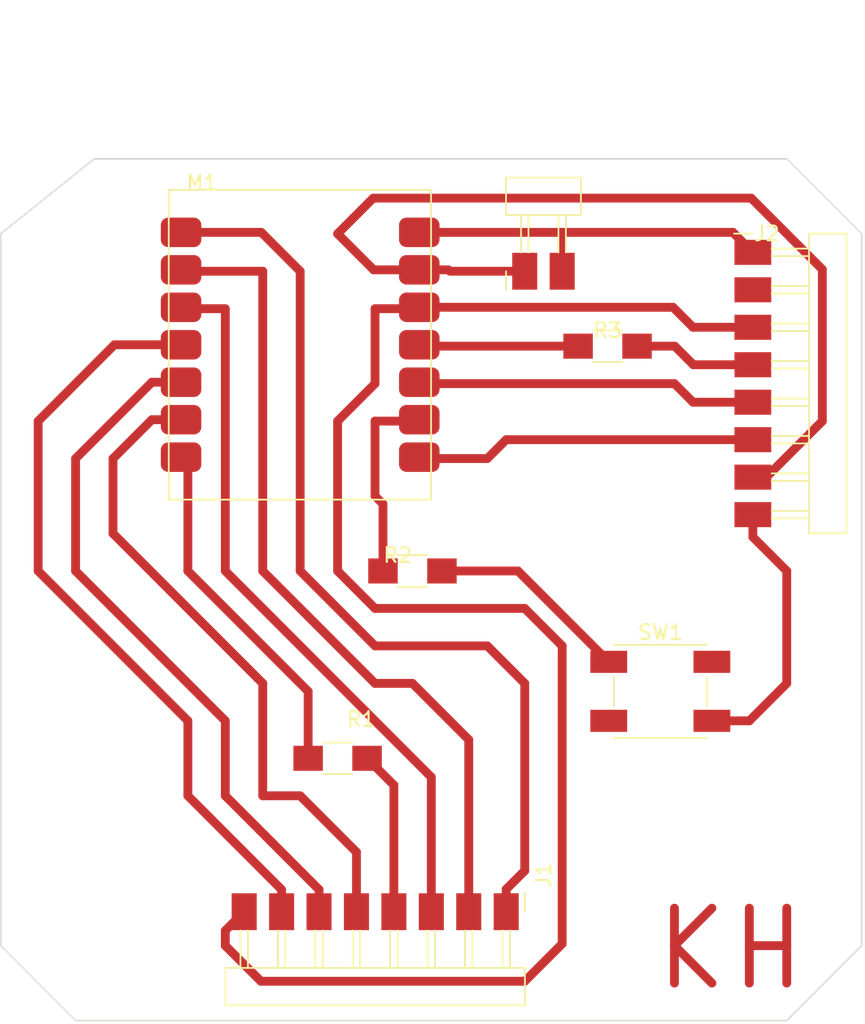
<source format=kicad_pcb>
(kicad_pcb (version 20221018) (generator pcbnew)
  (layers (0 "F.Cu" signal) (31 "B.Cu" signal) (34 "B.Paste" user) (35 "F.Paste" user) (36 "B.SilkS" user "B.Silkscreen") (37 "F.SilkS" user "F.Silkscreen") (38 "B.Mask" user) (39 "F.Mask" user) (44 "Edge.Cuts" user))
  (net 0 "")
  (net 1 "Net-(J1-Pin_1)")
  (net 2 "Net-(J1-Pin_2)")
  (net 3 "Net-(J1-Pin_3)")
  (net 4 "Net-(J1-Pin_4)")
  (net 5 "Net-(J1-Pin_8)")
  (net 6 "Net-(J2-Pin_1)")
  (net 7 "Net-(J2-Pin_5)")
  (net 8 "Net-(J2-Pin_6)")
  (net 9 "Net-(R2-Pad2)")
  (net 10 "Net-(J2-Pin_8)")
  (net 11 "Net-(M1-D8)")
  (net 12 "Net-(J2-Pin_4)")
  (net 13 "Net-(J2-Pin_7)")
  (net 15 "Net-(M1-D10)")
  (net 16 "Net-(J1-Pin_7)")
  (net 17 "Net-(J1-Pin_6)")
  (net 18 "Net-(J1-Pin_5)")
  (net 19 "Net-(M1-D6)")
  (footprint "fab:Button_Omron_B3SN_6.0x6.0mm" (layer "F.Cu") (at 197.16 71.66)
    (fp_text reference "SW1" (at 0 -4) (layer "F.SilkS"))
    (fp_text value "Button_Omron_B3SN_6.0x6.0mm")
    (fp_line (start -3.15 -3.15) (end 3.15 -3.15) (stroke (width 0.12)) (layer "F.SilkS"))
    (fp_line (start -3.15 1) (end -3.15 -1) (stroke (width 0.12)) (layer "F.SilkS"))
    (fp_line (start 3.15 -1) (end 3.15 1) (stroke (width 0.12)) (layer "F.SilkS"))
    (fp_line (start 3.15 3.15) (end -3.15 3.15) (stroke (width 0.12)) (layer "F.SilkS"))
    (pad "1" smd rect (at -3.5 -2) (size 2.5 1.5) (layers "F.Cu" "F.Paste" "F.Mask") (net 9 "Net-(R2-Pad2)"))
    (pad "1" smd rect (at 3.5 -2) (size 2.5 1.5) (layers "F.Cu" "F.Paste" "F.Mask") (net 9 "Net-(R2-Pad2)"))
    (pad "2" smd rect (at -3.5 2) (size 2.5 1.5) (layers "F.Cu" "F.Paste" "F.Mask") (net 10 "Net-(J2-Pin_8)"))
    (pad "2" smd rect (at 3.5 2) (size 2.5 1.5) (layers "F.Cu" "F.Paste" "F.Mask") (net 10 "Net-(J2-Pin_8)"))
  )
  (footprint "XIAO_PCB:MOUDLE14P-SMD-2.54-21X17.8MM" (layer "F.Cu") (at 163.8025 58.665)
    (fp_text reference "M1" (at 2.25 -21.5 unlocked) (layer "F.SilkS"))
    (fp_text value "Module_XIAO-RP2040_SocketSMD")
    (fp_rect (start 0 -21) (end 17.8 0) (stroke (width 0.12)) (fill none) (layer "F.SilkS"))
    (pad "1" smd roundrect (at 0.835 -18.12) (size 2.75 2) (layers "F.Cu" "F.Paste" "F.Mask") (net 1 "Net-(J1-Pin_1)"))
    (pad "2" smd roundrect (at 0.835 -15.58) (size 2.75 2) (layers "F.Cu" "F.Paste" "F.Mask") (net 2 "Net-(J1-Pin_2)"))
    (pad "3" smd roundrect (at 0.835 -13.04) (size 2.75 2) (layers "F.Cu" "F.Paste" "F.Mask") (net 3 "Net-(J1-Pin_3)"))
    (pad "4" smd roundrect (at 0.835 -10.5) (size 2.75 2) (layers "F.Cu" "F.Paste" "F.Mask") (net 16 "Net-(J1-Pin_7)"))
    (pad "5" smd roundrect (at 0.835 -7.96) (size 2.75 2) (layers "F.Cu" "F.Paste" "F.Mask") (net 17 "Net-(J1-Pin_6)"))
    (pad "6" smd roundrect (at 0.835 -5.42) (size 2.75 2) (layers "F.Cu" "F.Paste" "F.Mask") (net 18 "Net-(J1-Pin_5)"))
    (pad "7" smd roundrect (at 0.835 -2.88) (size 2.75 2) (layers "F.Cu" "F.Paste" "F.Mask") (net 19 "Net-(M1-D6)"))
    (pad "8" smd roundrect (at 17 -2.88) (size 2.75 2) (layers "F.Cu" "F.Paste" "F.Mask") (net 8 "Net-(J2-Pin_6)"))
    (pad "9" smd roundrect (at 17 -5.42) (size 2.75 2) (layers "F.Cu" "F.Paste" "F.Mask") (net 11 "Net-(M1-D8)"))
    (pad "10" smd roundrect (at 17 -7.96) (size 2.75 2) (layers "F.Cu" "F.Paste" "F.Mask") (net 7 "Net-(J2-Pin_5)"))
    (pad "11" smd roundrect (at 17 -10.5) (size 2.75 2) (layers "F.Cu" "F.Paste" "F.Mask") (net 15 "Net-(M1-D10)"))
    (pad "12" smd roundrect (at 17 -13.04) (size 2.75 2) (layers "F.Cu" "F.Paste" "F.Mask") (net 5 "Net-(J1-Pin_8)"))
    (pad "13" smd roundrect (at 17 -15.58) (size 2.75 2) (layers "F.Cu" "F.Paste" "F.Mask") (net 13 "Net-(J2-Pin_7)"))
    (pad "14" smd roundrect (at 17 -18.12) (size 2.75 2) (layers "F.Cu" "F.Paste" "F.Mask") (net 6 "Net-(J2-Pin_1)"))
  )
  (footprint "fab:R_1206" (layer "F.Cu") (at 180.34 63.5)
    (fp_text reference "R2" (at -1 -1.07) (layer "F.SilkS"))
    (fp_text value "R")
    (fp_line (start -1 -1.07) (end 1 -1.07) (stroke (width 0.12)) (layer "F.SilkS"))
    (fp_line (start 1 1.07) (end -1 1.07) (stroke (width 0.12)) (layer "F.SilkS"))
    (pad "1" smd rect (at -2 0) (size 2 1.7) (layers "F.Cu" "F.Paste" "F.Mask") (net 11 "Net-(M1-D8)"))
    (pad "2" smd rect (at 2 0) (size 2 1.7) (layers "F.Cu" "F.Paste" "F.Mask") (net 9 "Net-(R2-Pad2)"))
  )
  (footprint "fab:PinHeader_1x02_P2.54mm_Horizontal_SMD" (layer "F.Cu") (at 187.96 43.18 90)
    (fp_text reference "J3" hide)
    (fp_text value "Conn_PinHeader_1x02_P2.54mm_Horizontal_SMD")
    (fp_line (start -1.27 -1.27) (end 0 -1.27) (stroke (width 0.12)) (layer "F.SilkS"))
    (fp_line (start 3.81 -1.27) (end 6.35 -1.27) (stroke (width 0.12)) (layer "F.SilkS"))
    (fp_line (start 3.81 -0.254) (end 1.27 -0.254) (stroke (width 0.12)) (layer "F.SilkS"))
    (fp_line (start 3.81 0.254) (end 1.27 0.254) (stroke (width 0.12)) (layer "F.SilkS"))
    (fp_line (start 3.81 2.286) (end 1.27 2.286) (stroke (width 0.12)) (layer "F.SilkS"))
    (fp_line (start 3.81 2.794) (end 1.27 2.794) (stroke (width 0.12)) (layer "F.SilkS"))
    (fp_line (start 3.81 3.81) (end 3.81 -1.27) (stroke (width 0.12)) (layer "F.SilkS"))
    (fp_line (start 6.35 -1.27) (end 6.35 3.81) (stroke (width 0.12)) (layer "F.SilkS"))
    (fp_line (start 6.35 3.81) (end 3.81 3.81) (stroke (width 0.12)) (layer "F.SilkS"))
    (pad "1" smd rect (at 0 0 90) (size 2.5 1.7) (layers "F.Cu" "F.Paste" "F.Mask") (net 13 "Net-(J2-Pin_7)"))
    (pad "2" smd rect (at 0 2.54 90) (size 2.5 1.7) (layers "F.Cu" "F.Paste" "F.Mask") (net 6 "Net-(J2-Pin_1)"))
  )
  (footprint "fab:R_1206" (layer "F.Cu") (at 193.58 48.26)
    (fp_text reference "R3" (at 0 -1.07) (layer "F.SilkS"))
    (fp_text value "R")
    (fp_line (start -1 -1.07) (end 1 -1.07) (stroke (width 0.12)) (layer "F.SilkS"))
    (fp_line (start 1 1.07) (end -1 1.07) (stroke (width 0.12)) (layer "F.SilkS"))
    (pad "1" smd rect (at -2 0) (size 2 1.7) (layers "F.Cu" "F.Paste" "F.Mask") (net 15 "Net-(M1-D10)"))
    (pad "2" smd rect (at 2 0) (size 2 1.7) (layers "F.Cu" "F.Paste" "F.Mask") (net 12 "Net-(J2-Pin_4)"))
  )
  (footprint "fab:PinHeader_1x08_P2.54mm_Horizontal_SMD" (layer "F.Cu") (at 203.44 41.9)
    (fp_text reference "J2" (at 0 -1.27 180) (layer "F.SilkS") (effects (justify left)))
    (fp_text value "Conn_01x08_Socket")
    (fp_line (start -1.27 -1.27) (end 0 -1.27) (stroke (width 0.12)) (layer "F.SilkS"))
    (fp_line (start 3.81 -1.27) (end 6.35 -1.27) (stroke (width 0.12)) (layer "F.SilkS"))
    (fp_line (start 3.81 -0.254) (end 1.27 -0.254) (stroke (width 0.12)) (layer "F.SilkS"))
    (fp_line (start 3.81 0.254) (end 1.27 0.254) (stroke (width 0.12)) (layer "F.SilkS"))
    (fp_line (start 3.81 2.286) (end 1.27 2.286) (stroke (width 0.12)) (layer "F.SilkS"))
    (fp_line (start 3.81 2.794) (end 1.27 2.794) (stroke (width 0.12)) (layer "F.SilkS"))
    (fp_line (start 3.81 4.826) (end 1.27 4.826) (stroke (width 0.12)) (layer "F.SilkS"))
    (fp_line (start 3.81 5.334) (end 1.27 5.334) (stroke (width 0.12)) (layer "F.SilkS"))
    (fp_line (start 3.81 7.366) (end 1.27 7.366) (stroke (width 0.12)) (layer "F.SilkS"))
    (fp_line (start 3.81 7.874) (end 1.27 7.874) (stroke (width 0.12)) (layer "F.SilkS"))
    (fp_line (start 3.81 9.906) (end 1.27 9.906) (stroke (width 0.12)) (layer "F.SilkS"))
    (fp_line (start 3.81 10.414) (end 1.27 10.414) (stroke (width 0.12)) (layer "F.SilkS"))
    (fp_line (start 3.81 12.446) (end 1.27 12.446) (stroke (width 0.12)) (layer "F.SilkS"))
    (fp_line (start 3.81 12.954) (end 1.27 12.954) (stroke (width 0.12)) (layer "F.SilkS"))
    (fp_line (start 3.81 14.986) (end 1.27 14.986) (stroke (width 0.12)) (layer "F.SilkS"))
    (fp_line (start 3.81 15.494) (end 1.27 15.494) (stroke (width 0.12)) (layer "F.SilkS"))
    (fp_line (start 3.81 17.526) (end 1.27 17.526) (stroke (width 0.12)) (layer "F.SilkS"))
    (fp_line (start 3.81 18.034) (end 1.27 18.034) (stroke (width 0.12)) (layer "F.SilkS"))
    (fp_line (start 3.81 19.05) (end 3.81 -1.27) (stroke (width 0.12)) (layer "F.SilkS"))
    (fp_line (start 6.35 -1.27) (end 6.35 19.05) (stroke (width 0.12)) (layer "F.SilkS"))
    (fp_line (start 6.35 19.05) (end 3.81 19.05) (stroke (width 0.12)) (layer "F.SilkS"))
    (pad "1" smd rect (at 0 0) (size 2.5 1.7) (layers "F.Cu" "F.Paste" "F.Mask") (net 6 "Net-(J2-Pin_1)"))
    (pad "2" smd rect (at 0 2.54) (size 2.5 1.7) (layers "F.Cu" "F.Paste" "F.Mask"))
    (pad "3" smd rect (at 0 5.08) (size 2.5 1.7) (layers "F.Cu" "F.Paste" "F.Mask") (net 5 "Net-(J1-Pin_8)"))
    (pad "4" smd rect (at 0 7.62) (size 2.5 1.7) (layers "F.Cu" "F.Paste" "F.Mask") (net 12 "Net-(J2-Pin_4)"))
    (pad "5" smd rect (at 0 10.16) (size 2.5 1.7) (layers "F.Cu" "F.Paste" "F.Mask") (net 7 "Net-(J2-Pin_5)"))
    (pad "6" smd rect (at 0 12.7) (size 2.5 1.7) (layers "F.Cu" "F.Paste" "F.Mask") (net 8 "Net-(J2-Pin_6)"))
    (pad "7" smd rect (at 0 15.24) (size 2.5 1.7) (layers "F.Cu" "F.Paste" "F.Mask") (net 13 "Net-(J2-Pin_7)"))
    (pad "8" smd rect (at 0 17.78) (size 2.5 1.7) (layers "F.Cu" "F.Paste" "F.Mask") (net 10 "Net-(J2-Pin_8)"))
  )
  (footprint "fab:R_1206" (layer "F.Cu") (at 175.26 76.2)
    (fp_text reference "R1" (at 1.6 -2.65) (layer "F.SilkS"))
    (fp_text value "R")
    (fp_line (start -1 -1.07) (end 1 -1.07) (stroke (width 0.12)) (layer "F.SilkS"))
    (fp_line (start 1 1.07) (end -1 1.07) (stroke (width 0.12)) (layer "F.SilkS"))
    (pad "1" smd rect (at -2 0) (size 2 1.7) (layers "F.Cu" "F.Paste" "F.Mask") (net 19 "Net-(M1-D6)"))
    (pad "2" smd rect (at 2 0) (size 2 1.7) (layers "F.Cu" "F.Paste" "F.Mask") (net 4 "Net-(J1-Pin_4)"))
  )
  (footprint "fab:PinHeader_1x08_P2.54mm_Horizontal_SMD" (layer "F.Cu") (at 186.7 86.6 -90)
    (fp_text reference "J1" (at -1.524 -2.54 90) (layer "F.SilkS") (effects (justify left)))
    (fp_text value "Conn_01x08_Socket")
    (fp_line (start -1.27 -1.27) (end 0 -1.27) (stroke (width 0.12)) (layer "F.SilkS"))
    (fp_line (start 3.81 -1.27) (end 6.35 -1.27) (stroke (width 0.12)) (layer "F.SilkS"))
    (fp_line (start 3.81 -0.254) (end 1.27 -0.254) (stroke (width 0.12)) (layer "F.SilkS"))
    (fp_line (start 3.81 0.254) (end 1.27 0.254) (stroke (width 0.12)) (layer "F.SilkS"))
    (fp_line (start 3.81 2.286) (end 1.27 2.286) (stroke (width 0.12)) (layer "F.SilkS"))
    (fp_line (start 3.81 2.794) (end 1.27 2.794) (stroke (width 0.12)) (layer "F.SilkS"))
    (fp_line (start 3.81 4.826) (end 1.27 4.826) (stroke (width 0.12)) (layer "F.SilkS"))
    (fp_line (start 3.81 5.334) (end 1.27 5.334) (stroke (width 0.12)) (layer "F.SilkS"))
    (fp_line (start 3.81 7.366) (end 1.27 7.366) (stroke (width 0.12)) (layer "F.SilkS"))
    (fp_line (start 3.81 7.874) (end 1.27 7.874) (stroke (width 0.12)) (layer "F.SilkS"))
    (fp_line (start 3.81 9.906) (end 1.27 9.906) (stroke (width 0.12)) (layer "F.SilkS"))
    (fp_line (start 3.81 10.414) (end 1.27 10.414) (stroke (width 0.12)) (layer "F.SilkS"))
    (fp_line (start 3.81 12.446) (end 1.27 12.446) (stroke (width 0.12)) (layer "F.SilkS"))
    (fp_line (start 3.81 12.954) (end 1.27 12.954) (stroke (width 0.12)) (layer "F.SilkS"))
    (fp_line (start 3.81 14.986) (end 1.27 14.986) (stroke (width 0.12)) (layer "F.SilkS"))
    (fp_line (start 3.81 15.494) (end 1.27 15.494) (stroke (width 0.12)) (layer "F.SilkS"))
    (fp_line (start 3.81 17.526) (end 1.27 17.526) (stroke (width 0.12)) (layer "F.SilkS"))
    (fp_line (start 3.81 18.034) (end 1.27 18.034) (stroke (width 0.12)) (layer "F.SilkS"))
    (fp_line (start 3.81 19.05) (end 3.81 -1.27) (stroke (width 0.12)) (layer "F.SilkS"))
    (fp_line (start 6.35 -1.27) (end 6.35 19.05) (stroke (width 0.12)) (layer "F.SilkS"))
    (fp_line (start 6.35 19.05) (end 3.81 19.05) (stroke (width 0.12)) (layer "F.SilkS"))
    (pad "1" smd rect (at 0 0 270) (size 2.5 1.7) (layers "F.Cu" "F.Paste" "F.Mask") (net 1 "Net-(J1-Pin_1)"))
    (pad "2" smd rect (at 0 2.54 270) (size 2.5 1.7) (layers "F.Cu" "F.Paste" "F.Mask") (net 2 "Net-(J1-Pin_2)"))
    (pad "3" smd rect (at 0 5.08 270) (size 2.5 1.7) (layers "F.Cu" "F.Paste" "F.Mask") (net 3 "Net-(J1-Pin_3)"))
    (pad "4" smd rect (at 0 7.62 270) (size 2.5 1.7) (layers "F.Cu" "F.Paste" "F.Mask") (net 4 "Net-(J1-Pin_4)"))
    (pad "5" smd rect (at 0 10.16 270) (size 2.5 1.7) (layers "F.Cu" "F.Paste" "F.Mask") (net 18 "Net-(J1-Pin_5)"))
    (pad "6" smd rect (at 0 12.7 270) (size 2.5 1.7) (layers "F.Cu" "F.Paste" "F.Mask") (net 17 "Net-(J1-Pin_6)"))
    (pad "7" smd rect (at 0 15.24 270) (size 2.5 1.7) (layers "F.Cu" "F.Paste" "F.Mask") (net 16 "Net-(J1-Pin_7)"))
    (pad "8" smd rect (at 0 17.78 270) (size 2.5 1.7) (layers "F.Cu" "F.Paste" "F.Mask") (net 5 "Net-(J1-Pin_8)"))
  )
  (gr_line (start 157.48 93.98) (end 205.74 93.98) (stroke (width 0.1)) (layer "Edge.Cuts"))
  (gr_line (start 152.4 88.9) (end 154.94 91.44) (stroke (width 0.1)) (layer "Edge.Cuts"))
  (gr_line (start 210.82 40.64) (end 210.82 88.9) (stroke (width 0.1)) (layer "Edge.Cuts"))
  (gr_line (start 162.56 35.56) (end 158.75 35.56) (stroke (width 0.1)) (layer "Edge.Cuts"))
  (gr_line (start 205.74 35.56) (end 210.82 40.64) (stroke (width 0.1)) (layer "Edge.Cuts"))
  (gr_line (start 162.56 35.56) (end 200.66 35.56) (stroke (width 0.1)) (layer "Edge.Cuts"))
  (gr_line (start 200.66 35.56) (end 205.74 35.56) (stroke (width 0.1)) (layer "Edge.Cuts"))
  (gr_line (start 154.94 91.44) (end 157.48 93.98) (stroke (width 0.1)) (layer "Edge.Cuts"))
  (gr_line (start 152.4 40.64) (end 152.4 88.9) (stroke (width 0.1)) (layer "Edge.Cuts"))
  (gr_line (start 158.75 35.56) (end 152.4 40.64) (stroke (width 0.1)) (layer "Edge.Cuts"))
  (gr_line (start 205.74 93.98) (end 210.82 88.9) (stroke (width 0.1)) (layer "Edge.Cuts"))
  (segment (start 200.66 86.36) (end 198.12 88.9) (width 0.6) (layer "F.Cu") (net 0))
  (segment (start 205.74 88.9) (end 205.74 91.44) (width 0.6) (layer "F.Cu") (net 0))
  (segment (start 198.12 91.44) (end 198.12 88.9) (width 0.6) (layer "F.Cu") (net 0))
  (segment (start 200.66 91.44) (end 198.12 88.9) (width 0.6) (layer "F.Cu") (net 0))
  (segment (start 203.2 88.9) (end 205.74 88.9) (width 0.6) (layer "F.Cu") (net 0))
  (segment (start 205.74 86.36) (end 205.74 88.9) (width 0.6) (layer "F.Cu") (net 0))
  (segment (start 198.12 88.9) (end 198.12 86.36) (width 0.6) (layer "F.Cu") (net 0))
  (segment (start 203.2 88.9) (end 203.2 86.36) (width 0.6) (layer "F.Cu") (net 0))
  (segment (start 203.2 91.44) (end 203.2 88.9) (width 0.6) (layer "F.Cu") (net 0))
  (segment (start 172.72 63.5) (end 172.72 43.18) (width 0.6) (layer "F.Cu") (net 1))
  (segment (start 177.8 68.58) (end 172.72 63.5) (width 0.6) (layer "F.Cu") (net 1))
  (segment (start 187.96 83.82) (end 187.96 71.12) (width 0.6) (layer "F.Cu") (net 1))
  (segment (start 186.7 85.08) (end 187.96 83.82) (width 0.6) (layer "F.Cu") (net 1))
  (segment (start 186.7 86.6) (end 186.7 85.08) (width 0.6) (layer "F.Cu") (net 1))
  (segment (start 187.96 71.12) (end 185.42 68.58) (width 0.6) (layer "F.Cu") (net 1))
  (segment (start 170.085 40.545) (end 164.6375 40.545) (width 0.6) (layer "F.Cu") (net 1))
  (segment (start 172.72 43.18) (end 170.085 40.545) (width 0.6) (layer "F.Cu") (net 1))
  (segment (start 185.42 68.58) (end 177.8 68.58) (width 0.6) (layer "F.Cu") (net 1))
  (segment (start 170.18 63.5) (end 177.8 71.12) (width 0.6) (layer "F.Cu") (net 2))
  (segment (start 184.16 74.94) (end 184.16 86.6) (width 0.6) (layer "F.Cu") (net 2))
  (segment (start 177.8 71.12) (end 180.34 71.12) (width 0.6) (layer "F.Cu") (net 2))
  (segment (start 164.7325 43.18) (end 170.18 43.18) (width 0.6) (layer "F.Cu") (net 2))
  (segment (start 164.6375 43.085) (end 164.7325 43.18) (width 0.25) (layer "F.Cu") (net 2))
  (segment (start 164.6375 43.085) (end 164.639226 43.085) (width 0.25) (layer "F.Cu") (net 2))
  (segment (start 180.34 71.12) (end 184.16 74.94) (width 0.6) (layer "F.Cu") (net 2))
  (segment (start 170.18 43.18) (end 170.18 63.5) (width 0.6) (layer "F.Cu") (net 2))
  (segment (start 181.62 77.48) (end 181.62 86.6) (width 0.6) (layer "F.Cu") (net 3))
  (segment (start 167.64 63.5) (end 181.62 77.48) (width 0.6) (layer "F.Cu") (net 3))
  (segment (start 167.64 45.72) (end 167.64 63.5) (width 0.6) (layer "F.Cu") (net 3))
  (segment (start 164.7325 45.72) (end 167.64 45.72) (width 0.6) (layer "F.Cu") (net 3))
  (segment (start 164.6375 45.625) (end 164.7325 45.72) (width 0.25) (layer "F.Cu") (net 3))
  (segment (start 177.26 76.2) (end 177.8 76.2) (width 0.25) (layer "F.Cu") (net 4))
  (segment (start 177.26 76.2) (end 179.08 78.02) (width 0.6) (layer "F.Cu") (net 4))
  (segment (start 179.08 78.02) (end 179.08 86.6) (width 0.6) (layer "F.Cu") (net 4))
  (segment (start 175.26 53.34) (end 177.8 50.8) (width 0.6) (layer "F.Cu") (net 5))
  (segment (start 180.435 45.625) (end 180.8025 45.625) (width 0.25) (layer "F.Cu") (net 5))
  (segment (start 167.64 87.88) (end 167.64 88.9) (width 0.6) (layer "F.Cu") (net 5))
  (segment (start 177.8 45.72) (end 180.7075 45.72) (width 0.6) (layer "F.Cu") (net 5))
  (segment (start 190.5 88.775) (end 190.5 68.58) (width 0.6) (layer "F.Cu") (net 5))
  (segment (start 177.8 66.04) (end 175.26 63.5) (width 0.6) (layer "F.Cu") (net 5))
  (segment (start 187.96 66.04) (end 177.8 66.04) (width 0.6) (layer "F.Cu") (net 5))
  (segment (start 175.26 63.5) (end 175.26 53.34) (width 0.6) (layer "F.Cu") (net 5))
  (segment (start 170.055 91.315) (end 187.96 91.315) (width 0.6) (layer "F.Cu") (net 5))
  (segment (start 168.92 86.6) (end 167.64 87.88) (width 0.6) (layer "F.Cu") (net 5))
  (segment (start 180.8025 45.625) (end 198.025 45.625) (width 0.6) (layer "F.Cu") (net 5))
  (segment (start 187.96 91.315) (end 190.5 88.775) (width 0.6) (layer "F.Cu") (net 5))
  (segment (start 167.64 88.9) (end 170.055 91.315) (width 0.6) (layer "F.Cu") (net 5))
  (segment (start 199.38 46.98) (end 203.44 46.98) (width 0.6) (layer "F.Cu") (net 5))
  (segment (start 190.5 68.58) (end 187.96 66.04) (width 0.6) (layer "F.Cu") (net 5))
  (segment (start 177.8 50.8) (end 177.8 45.72) (width 0.6) (layer "F.Cu") (net 5))
  (segment (start 180.7075 45.72) (end 180.8025 45.625) (width 0.25) (layer "F.Cu") (net 5))
  (segment (start 198.025 45.625) (end 199.38 46.98) (width 0.6) (layer "F.Cu") (net 5))
  (segment (start 190.5 43.18) (end 190.5 40.545) (width 0.6) (layer "F.Cu") (net 6))
  (segment (start 180.8025 40.545) (end 190.5 40.545) (width 0.6) (layer "F.Cu") (net 6))
  (segment (start 202.085 40.545) (end 203.44 41.9) (width 0.6) (layer "F.Cu") (net 6))
  (segment (start 190.5 40.545) (end 202.085 40.545) (width 0.6) (layer "F.Cu") (net 6))
  (segment (start 203.44 52.06) (end 199.38 52.06) (width 0.6) (layer "F.Cu") (net 7))
  (segment (start 180.8975 50.8) (end 180.8025 50.705) (width 0.25) (layer "F.Cu") (net 7))
  (segment (start 199.38 52.06) (end 198.12 50.8) (width 0.6) (layer "F.Cu") (net 7))
  (segment (start 198.12 50.8) (end 180.8975 50.8) (width 0.6) (layer "F.Cu") (net 7))
  (segment (start 185.42 55.88) (end 180.8975 55.88) (width 0.6) (layer "F.Cu") (net 8))
  (segment (start 180.8975 55.88) (end 180.8025 55.785) (width 0.25) (layer "F.Cu") (net 8))
  (segment (start 186.7 54.6) (end 185.42 55.88) (width 0.6) (layer "F.Cu") (net 8))
  (segment (start 203.44 54.6) (end 186.7 54.6) (width 0.6) (layer "F.Cu") (net 8))
  (segment (start 187.5 63.5) (end 193.66 69.66) (width 0.6) (layer "F.Cu") (net 9))
  (segment (start 182.34 63.5) (end 187.5 63.5) (width 0.6) (layer "F.Cu") (net 9))
  (segment (start 205.74 63.5) (end 203.44 61.2) (width 0.6) (layer "F.Cu") (net 10))
  (segment (start 200.66 73.66) (end 203.2 73.66) (width 0.6) (layer "F.Cu") (net 10))
  (segment (start 203.44 61.2) (end 203.44 59.68) (width 0.6) (layer "F.Cu") (net 10))
  (segment (start 205.74 71.12) (end 205.74 63.5) (width 0.6) (layer "F.Cu") (net 10))
  (segment (start 203.2 73.66) (end 205.74 71.12) (width 0.6) (layer "F.Cu") (net 10))
  (segment (start 180.7075 53.34) (end 180.8025 53.245) (width 0.25) (layer "F.Cu") (net 11))
  (segment (start 178.34 63.5) (end 178.34 58.96) (width 0.6) (layer "F.Cu") (net 11))
  (segment (start 177.8 53.34) (end 180.7075 53.34) (width 0.6) (layer "F.Cu") (net 11))
  (segment (start 178.34 58.96) (end 177.8 58.42) (width 0.6) (layer "F.Cu") (net 11))
  (segment (start 177.8 58.42) (end 177.8 53.34) (width 0.6) (layer "F.Cu") (net 11))
  (segment (start 199.4 49.52) (end 203.44 49.52) (width 0.6) (layer "F.Cu") (net 12))
  (segment (start 199.4 49.52) (end 198.14 48.26) (width 0.6) (layer "F.Cu") (net 12))
  (segment (start 198.14 48.26) (end 195.58 48.26) (width 0.6) (layer "F.Cu") (net 12))
  (segment (start 180.8025 43.085) (end 182.785 43.085) (width 0.6) (layer "F.Cu") (net 13))
  (segment (start 182.785 43.085) (end 182.88 43.18) (width 0.25) (layer "F.Cu") (net 13))
  (segment (start 175.26 40.64) (end 177.675 38.225) (width 0.6) (layer "F.Cu") (net 13))
  (segment (start 208.155 53.34) (end 204.355 57.14) (width 0.6) (layer "F.Cu") (net 13))
  (segment (start 177.675 38.225) (end 203.325 38.225) (width 0.6) (layer "F.Cu") (net 13))
  (segment (start 204.355 57.14) (end 203.44 57.14) (width 0.25) (layer "F.Cu") (net 13))
  (segment (start 203.325 38.225) (end 208.155 43.055) (width 0.6) (layer "F.Cu") (net 13))
  (segment (start 180.8025 43.085) (end 177.705 43.085) (width 0.6) (layer "F.Cu") (net 13))
  (segment (start 182.88 43.18) (end 187.96 43.18) (width 0.6) (layer "F.Cu") (net 13))
  (segment (start 208.155 43.055) (end 208.155 53.34) (width 0.6) (layer "F.Cu") (net 13))
  (segment (start 177.705 43.085) (end 175.26 40.64) (width 0.6) (layer "F.Cu") (net 13))
  (segment (start 180.8025 48.165) (end 180.8975 48.26) (width 0.25) (layer "F.Cu") (net 15))
  (segment (start 180.8975 48.26) (end 191.58 48.26) (width 0.6) (layer "F.Cu") (net 15))
  (segment (start 165.1 78.74) (end 165.1 73.66) (width 0.6) (layer "F.Cu") (net 16))
  (segment (start 171.46 85.1) (end 165.1 78.74) (width 0.6) (layer "F.Cu") (net 16))
  (segment (start 165.1 73.66) (end 154.94 63.5) (width 0.6) (layer "F.Cu") (net 16))
  (segment (start 160.115 48.165) (end 164.6375 48.165) (width 0.6) (layer "F.Cu") (net 16))
  (segment (start 154.94 53.34) (end 160.115 48.165) (width 0.6) (layer "F.Cu") (net 16))
  (segment (start 154.94 63.5) (end 154.94 53.34) (width 0.6) (layer "F.Cu") (net 16))
  (segment (start 171.46 86.6) (end 171.46 85.1) (width 0.6) (layer "F.Cu") (net 16))
  (segment (start 162.655 50.705) (end 157.48 55.88) (width 0.6) (layer "F.Cu") (net 17))
  (segment (start 174 85.1) (end 174 86.6) (width 0.6) (layer "F.Cu") (net 17))
  (segment (start 167.64 73.66) (end 167.64 78.74) (width 0.6) (layer "F.Cu") (net 17))
  (segment (start 157.48 63.5) (end 167.64 73.66) (width 0.6) (layer "F.Cu") (net 17))
  (segment (start 157.48 55.88) (end 157.48 63.5) (width 0.6) (layer "F.Cu") (net 17))
  (segment (start 164.6375 50.705) (end 162.655 50.705) (width 0.6) (layer "F.Cu") (net 17))
  (segment (start 167.64 78.74) (end 174 85.1) (width 0.6) (layer "F.Cu") (net 17))
  (segment (start 172.72 78.74) (end 170.18 78.74) (width 0.6) (layer "F.Cu") (net 18))
  (segment (start 176.54 82.56) (end 172.72 78.74) (width 0.6) (layer "F.Cu") (net 18))
  (segment (start 165.715 53.245) (end 164.6375 53.245) (width 0.25) (layer "F.Cu") (net 18))
  (segment (start 162.655 53.245) (end 164.6375 53.245) (width 0.6) (layer "F.Cu") (net 18))
  (segment (start 170.18 71.12) (end 160.02 60.96) (width 0.6) (layer "F.Cu") (net 18))
  (segment (start 176.54 86.6) (end 176.54 82.56) (width 0.6) (layer "F.Cu") (net 18))
  (segment (start 170.18 78.74) (end 170.18 71.12) (width 0.6) (layer "F.Cu") (net 18))
  (segment (start 160.02 60.96) (end 160.02 55.88) (width 0.6) (layer "F.Cu") (net 18))
  (segment (start 160.02 55.88) (end 162.655 53.245) (width 0.6) (layer "F.Cu") (net 18))
  (segment (start 164.6375 55.785) (end 165.1 56.2475) (width 0.25) (layer "F.Cu") (net 19))
  (segment (start 165.1 56.2475) (end 165.1 63.5) (width 0.6) (layer "F.Cu") (net 19))
  (segment (start 173.26 71.66) (end 173.26 76.2) (width 0.6) (layer "F.Cu") (net 19))
  (segment (start 165.1 63.5) (end 173.26 71.66) (width 0.6) (layer "F.Cu") (net 19))
)
</source>
